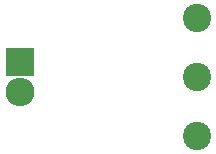
<source format=gbs>
G04 #@! TF.FileFunction,Soldermask,Bot*
%FSLAX46Y46*%
G04 Gerber Fmt 4.6, Leading zero omitted, Abs format (unit mm)*
G04 Created by KiCad (PCBNEW 4.0.2+e4-6225~38~ubuntu15.04.1-stable) date Sat 09 Jul 2016 10:26:06 PM PDT*
%MOMM*%
G01*
G04 APERTURE LIST*
%ADD10C,0.100000*%
%ADD11C,2.400000*%
%ADD12R,2.432000X2.432000*%
%ADD13O,2.432000X2.432000*%
G04 APERTURE END LIST*
D10*
D11*
X150000000Y-105000000D03*
X150000000Y-100000000D03*
X150000000Y-95000000D03*
D12*
X135000000Y-98730000D03*
D13*
X135000000Y-101270000D03*
M02*

</source>
